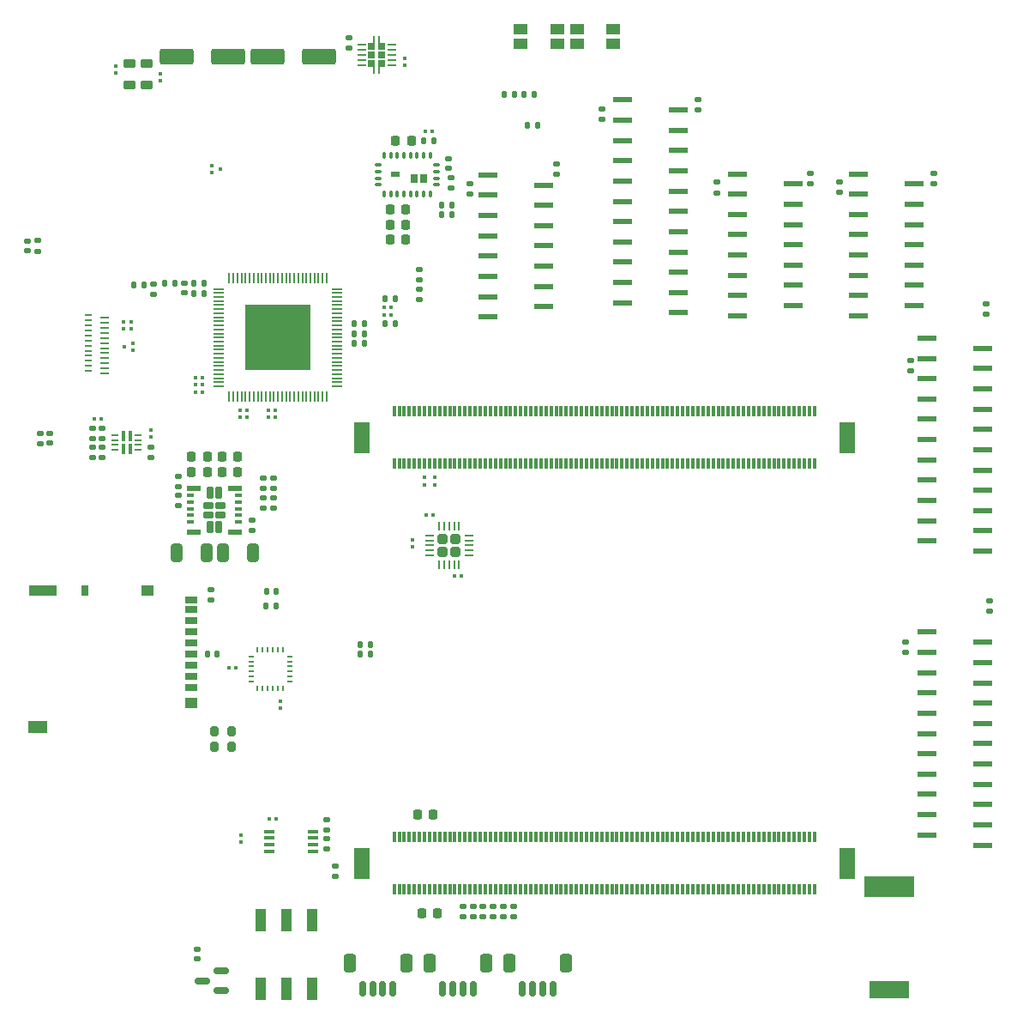
<source format=gbr>
%TF.GenerationSoftware,KiCad,Pcbnew,5.99.0-unknown-ca42f31bb5~131~ubuntu20.04.1*%
%TF.CreationDate,2021-08-18T11:47:36-07:00*%
%TF.ProjectId,ovc5,6f766335-2e6b-4696-9361-645f70636258,rev?*%
%TF.SameCoordinates,Original*%
%TF.FileFunction,Paste,Top*%
%TF.FilePolarity,Positive*%
%FSLAX46Y46*%
G04 Gerber Fmt 4.6, Leading zero omitted, Abs format (unit mm)*
G04 Created by KiCad (PCBNEW 5.99.0-unknown-ca42f31bb5~131~ubuntu20.04.1) date 2021-08-18 11:47:36*
%MOMM*%
%LPD*%
G01*
G04 APERTURE LIST*
G04 Aperture macros list*
%AMRoundRect*
0 Rectangle with rounded corners*
0 $1 Rounding radius*
0 $2 $3 $4 $5 $6 $7 $8 $9 X,Y pos of 4 corners*
0 Add a 4 corners polygon primitive as box body*
4,1,4,$2,$3,$4,$5,$6,$7,$8,$9,$2,$3,0*
0 Add four circle primitives for the rounded corners*
1,1,$1+$1,$2,$3*
1,1,$1+$1,$4,$5*
1,1,$1+$1,$6,$7*
1,1,$1+$1,$8,$9*
0 Add four rect primitives between the rounded corners*
20,1,$1+$1,$2,$3,$4,$5,0*
20,1,$1+$1,$4,$5,$6,$7,0*
20,1,$1+$1,$6,$7,$8,$9,0*
20,1,$1+$1,$8,$9,$2,$3,0*%
G04 Aperture macros list end*
%ADD10RoundRect,0.147500X-0.147500X-0.172500X0.147500X-0.172500X0.147500X0.172500X-0.147500X0.172500X0*%
%ADD11RoundRect,0.135000X-0.185000X0.135000X-0.185000X-0.135000X0.185000X-0.135000X0.185000X0.135000X0*%
%ADD12RoundRect,0.079500X0.079500X0.100500X-0.079500X0.100500X-0.079500X-0.100500X0.079500X-0.100500X0*%
%ADD13RoundRect,0.225000X0.225000X0.250000X-0.225000X0.250000X-0.225000X-0.250000X0.225000X-0.250000X0*%
%ADD14RoundRect,0.250000X0.325000X0.650000X-0.325000X0.650000X-0.325000X-0.650000X0.325000X-0.650000X0*%
%ADD15R,0.300000X0.300000*%
%ADD16RoundRect,0.140000X0.140000X0.170000X-0.140000X0.170000X-0.140000X-0.170000X0.140000X-0.170000X0*%
%ADD17RoundRect,0.135000X-0.135000X-0.185000X0.135000X-0.185000X0.135000X0.185000X-0.135000X0.185000X0*%
%ADD18RoundRect,0.079500X-0.079500X-0.100500X0.079500X-0.100500X0.079500X0.100500X-0.079500X0.100500X0*%
%ADD19RoundRect,0.079500X-0.100500X0.079500X-0.100500X-0.079500X0.100500X-0.079500X0.100500X0.079500X0*%
%ADD20RoundRect,0.140000X-0.170000X0.140000X-0.170000X-0.140000X0.170000X-0.140000X0.170000X0.140000X0*%
%ADD21R,1.200000X0.700000*%
%ADD22R,0.800000X1.000000*%
%ADD23R,2.800000X1.000000*%
%ADD24R,1.900000X1.300000*%
%ADD25R,1.200000X1.000000*%
%ADD26RoundRect,0.079500X0.100500X-0.079500X0.100500X0.079500X-0.100500X0.079500X-0.100500X-0.079500X0*%
%ADD27RoundRect,0.135000X0.185000X-0.135000X0.185000X0.135000X-0.185000X0.135000X-0.185000X-0.135000X0*%
%ADD28RoundRect,0.250000X0.255000X0.255000X-0.255000X0.255000X-0.255000X-0.255000X0.255000X-0.255000X0*%
%ADD29RoundRect,0.062500X0.350000X0.062500X-0.350000X0.062500X-0.350000X-0.062500X0.350000X-0.062500X0*%
%ADD30RoundRect,0.062500X0.062500X0.350000X-0.062500X0.350000X-0.062500X-0.350000X0.062500X-0.350000X0*%
%ADD31RoundRect,0.050050X0.424950X0.274950X-0.424950X0.274950X-0.424950X-0.274950X0.424950X-0.274950X0*%
%ADD32RoundRect,0.049800X0.250200X0.525200X-0.250200X0.525200X-0.250200X-0.525200X0.250200X-0.525200X0*%
%ADD33RoundRect,0.050000X0.650000X0.200000X-0.650000X0.200000X-0.650000X-0.200000X0.650000X-0.200000X0*%
%ADD34RoundRect,0.050050X0.299950X0.124950X-0.299950X0.124950X-0.299950X-0.124950X0.299950X-0.124950X0*%
%ADD35RoundRect,0.225000X-0.225000X-0.250000X0.225000X-0.250000X0.225000X0.250000X-0.225000X0.250000X0*%
%ADD36RoundRect,0.135000X0.135000X0.185000X-0.135000X0.185000X-0.135000X-0.185000X0.135000X-0.185000X0*%
%ADD37R,0.640000X0.640000*%
%ADD38R,0.850000X0.280000*%
%ADD39R,0.280000X0.700000*%
%ADD40O,0.240000X0.600000*%
%ADD41O,0.600000X0.240000*%
%ADD42RoundRect,0.200000X-0.200000X-0.275000X0.200000X-0.275000X0.200000X0.275000X-0.200000X0.275000X0*%
%ADD43R,0.900000X0.270000*%
%ADD44R,0.800000X0.270000*%
%ADD45R,1.120000X2.160000*%
%ADD46R,0.300000X1.100000*%
%ADD47R,1.600000X3.100000*%
%ADD48R,1.850000X0.600000*%
%ADD49RoundRect,0.147500X0.172500X-0.147500X0.172500X0.147500X-0.172500X0.147500X-0.172500X-0.147500X0*%
%ADD50RoundRect,0.218750X-0.381250X0.218750X-0.381250X-0.218750X0.381250X-0.218750X0.381250X0.218750X0*%
%ADD51R,1.400000X1.050000*%
%ADD52R,0.900000X0.570000*%
%ADD53R,0.700000X0.900000*%
%ADD54RoundRect,0.075000X0.225000X-0.075000X0.225000X0.075000X-0.225000X0.075000X-0.225000X-0.075000X0*%
%ADD55RoundRect,0.075000X0.075000X0.225000X-0.075000X0.225000X-0.075000X-0.225000X0.075000X-0.225000X0*%
%ADD56RoundRect,0.075000X-0.075000X-0.225000X0.075000X-0.225000X0.075000X0.225000X-0.075000X0.225000X0*%
%ADD57RoundRect,0.100000X-0.100000X-0.425000X0.100000X-0.425000X0.100000X0.425000X-0.100000X0.425000X0*%
%ADD58RoundRect,0.050000X-0.250000X0.050000X-0.250000X-0.050000X0.250000X-0.050000X0.250000X0.050000X0*%
%ADD59RoundRect,0.250000X-0.325000X-0.650000X0.325000X-0.650000X0.325000X0.650000X-0.325000X0.650000X0*%
%ADD60R,4.000000X1.700000*%
%ADD61R,5.000000X2.000000*%
%ADD62RoundRect,0.140000X0.170000X-0.140000X0.170000X0.140000X-0.170000X0.140000X-0.170000X-0.140000X0*%
%ADD63RoundRect,0.150000X-0.150000X-0.625000X0.150000X-0.625000X0.150000X0.625000X-0.150000X0.625000X0*%
%ADD64RoundRect,0.250000X-0.350000X-0.650000X0.350000X-0.650000X0.350000X0.650000X-0.350000X0.650000X0*%
%ADD65RoundRect,0.150000X0.587500X0.150000X-0.587500X0.150000X-0.587500X-0.150000X0.587500X-0.150000X0*%
%ADD66RoundRect,0.250000X-1.412500X-0.550000X1.412500X-0.550000X1.412500X0.550000X-1.412500X0.550000X0*%
%ADD67O,1.050000X0.200000*%
%ADD68O,0.200000X1.050000*%
%ADD69R,6.500000X6.500000*%
%ADD70R,1.100000X0.400000*%
%ADD71RoundRect,0.140000X-0.140000X-0.170000X0.140000X-0.170000X0.140000X0.170000X-0.140000X0.170000X0*%
G04 APERTURE END LIST*
D10*
%TO.C,D6*%
X58982500Y-84900000D03*
X59952500Y-84900000D03*
%TD*%
D11*
%TO.C,R30*%
X130085000Y-55126500D03*
X130085000Y-56146500D03*
%TD*%
D12*
%TO.C,C101*%
X42695000Y-66460000D03*
X42005000Y-66460000D03*
%TD*%
D13*
%TO.C,C3*%
X73310000Y-38994000D03*
X71760000Y-38994000D03*
%TD*%
D14*
%TO.C,C93*%
X57695000Y-79654000D03*
X54745000Y-79654000D03*
%TD*%
D15*
%TO.C,D3*%
X45794000Y-59698000D03*
X45794000Y-58998000D03*
X44944000Y-59348000D03*
%TD*%
D16*
%TO.C,C90*%
X54130000Y-89625000D03*
X53170000Y-89625000D03*
%TD*%
D15*
%TO.C,D4*%
X53625000Y-41450000D03*
X53625000Y-42150000D03*
X54475000Y-41800000D03*
%TD*%
D17*
%TO.C,R9*%
X84782000Y-37538000D03*
X85802000Y-37538000D03*
%TD*%
D11*
%TO.C,R37*%
X92127000Y-35875000D03*
X92127000Y-36895000D03*
%TD*%
D18*
%TO.C,C83*%
X75473000Y-75941000D03*
X74783000Y-75941000D03*
%TD*%
D11*
%TO.C,R40*%
X103520000Y-43134000D03*
X103520000Y-44154000D03*
%TD*%
D12*
%TO.C,C92*%
X55267500Y-91012500D03*
X55957500Y-91012500D03*
%TD*%
%TO.C,C120*%
X59284000Y-105910000D03*
X59974000Y-105910000D03*
%TD*%
D19*
%TO.C,C70*%
X44100000Y-32345000D03*
X44100000Y-31655000D03*
%TD*%
D11*
%TO.C,R52*%
X53500000Y-83290000D03*
X53500000Y-84310000D03*
%TD*%
%TO.C,R32*%
X124930000Y-42220000D03*
X124930000Y-43240000D03*
%TD*%
D17*
%TO.C,R5*%
X48969000Y-53103000D03*
X49989000Y-53103000D03*
%TD*%
D20*
%TO.C,C121*%
X52156000Y-118750000D03*
X52156000Y-119710000D03*
%TD*%
D21*
%TO.C,J3*%
X51550000Y-92955000D03*
X51550000Y-91855000D03*
X51550000Y-90755000D03*
X51550000Y-89655000D03*
X51550000Y-88555000D03*
X51550000Y-87455000D03*
X51550000Y-86355000D03*
X51550000Y-85255000D03*
X51550000Y-84305000D03*
D22*
X41050000Y-83355000D03*
D23*
X36900000Y-83355000D03*
D24*
X36450000Y-96855000D03*
D25*
X51550000Y-94505000D03*
X47250000Y-83355000D03*
%TD*%
D26*
%TO.C,C86*%
X74600000Y-72255000D03*
X74600000Y-72945000D03*
%TD*%
D13*
%TO.C,C23*%
X56145000Y-70179000D03*
X54595000Y-70179000D03*
%TD*%
D18*
%TO.C,R20*%
X51980000Y-62365000D03*
X52670000Y-62365000D03*
%TD*%
D11*
%TO.C,R23*%
X50320000Y-72094000D03*
X50320000Y-73114000D03*
%TD*%
D17*
%TO.C,R4*%
X74500000Y-39039000D03*
X75520000Y-39039000D03*
%TD*%
D27*
%TO.C,R49*%
X78400000Y-115610000D03*
X78400000Y-114590000D03*
%TD*%
D17*
%TO.C,R2*%
X76290000Y-46314000D03*
X77310000Y-46314000D03*
%TD*%
D18*
%TO.C,C84*%
X77577000Y-81972000D03*
X78267000Y-81972000D03*
%TD*%
D28*
%TO.C,U12*%
X77659000Y-79573000D03*
X76409000Y-78323000D03*
X76409000Y-79573000D03*
X77659000Y-78323000D03*
D29*
X78971500Y-79948000D03*
X78971500Y-79448000D03*
X78971500Y-78948000D03*
X78971500Y-78448000D03*
X78971500Y-77948000D03*
D30*
X78034000Y-77010500D03*
X77534000Y-77010500D03*
X77034000Y-77010500D03*
X76534000Y-77010500D03*
X76034000Y-77010500D03*
D29*
X75096500Y-77948000D03*
X75096500Y-78448000D03*
X75096500Y-78948000D03*
X75096500Y-79448000D03*
X75096500Y-79948000D03*
D30*
X76034000Y-80885500D03*
X76534000Y-80885500D03*
X77034000Y-80885500D03*
X77534000Y-80885500D03*
X78034000Y-80885500D03*
%TD*%
D19*
%TO.C,C119*%
X59195000Y-65642000D03*
X59195000Y-66332000D03*
%TD*%
D31*
%TO.C,U7*%
X53245000Y-75929000D03*
D32*
X54295000Y-77129000D03*
X53445000Y-77129000D03*
X54295000Y-73779000D03*
D31*
X54495000Y-75929000D03*
D32*
X53445000Y-73779000D03*
D31*
X53245000Y-74979000D03*
X54495000Y-74979000D03*
D33*
X55870000Y-77599000D03*
D34*
X56220000Y-76624000D03*
X56220000Y-75974000D03*
X56220000Y-75324000D03*
X56220000Y-74674000D03*
X56220000Y-74024000D03*
D33*
X55870000Y-73299000D03*
X51870000Y-73299000D03*
D34*
X51520000Y-74024000D03*
X51520000Y-74674000D03*
X51520000Y-75324000D03*
X51520000Y-75974000D03*
X51520000Y-76624000D03*
D33*
X51870000Y-77599000D03*
%TD*%
D18*
%TO.C,R42*%
X52673000Y-63114000D03*
X51983000Y-63114000D03*
%TD*%
D26*
%TO.C,C87*%
X75600000Y-72945000D03*
X75600000Y-72255000D03*
%TD*%
D27*
%TO.C,R51*%
X82400000Y-115610000D03*
X82400000Y-114590000D03*
%TD*%
D35*
%TO.C,C72*%
X74325000Y-115200000D03*
X75875000Y-115200000D03*
%TD*%
D11*
%TO.C,R47*%
X81400000Y-114590000D03*
X81400000Y-115610000D03*
%TD*%
D36*
%TO.C,R67*%
X68651000Y-59028000D03*
X67631000Y-59028000D03*
%TD*%
D11*
%TO.C,R27*%
X42800000Y-67390000D03*
X42800000Y-68410000D03*
%TD*%
D36*
%TO.C,R61*%
X52872000Y-53117000D03*
X51852000Y-53117000D03*
%TD*%
D37*
%TO.C,U8*%
X70355000Y-31410000D03*
X70355000Y-30550000D03*
X69395000Y-31410000D03*
X70355000Y-29690000D03*
X69395000Y-29690000D03*
X69395000Y-30550000D03*
D38*
X71350000Y-31550000D03*
X71350000Y-31050000D03*
X71350000Y-30550000D03*
X71350000Y-30050000D03*
X71350000Y-29550000D03*
X68400000Y-29550000D03*
X68400000Y-30050000D03*
X68400000Y-30550000D03*
X68400000Y-31050000D03*
X68400000Y-31550000D03*
D39*
X70125000Y-32100000D03*
X69625000Y-32100000D03*
X69625000Y-29000000D03*
X70125000Y-29000000D03*
%TD*%
D19*
%TO.C,C107*%
X57119000Y-65644000D03*
X57119000Y-66334000D03*
%TD*%
D40*
%TO.C,U13*%
X58137500Y-93037500D03*
X58637500Y-93037500D03*
X59137500Y-93037500D03*
X59637500Y-93037500D03*
X60137500Y-93037500D03*
X60637500Y-93037500D03*
D41*
X61287500Y-92387500D03*
X61287500Y-91887500D03*
X61287500Y-91387500D03*
X61287500Y-90887500D03*
X61287500Y-90387500D03*
X61287500Y-89887500D03*
D40*
X60637500Y-89237500D03*
X60137500Y-89237500D03*
X59637500Y-89237500D03*
X59137500Y-89237500D03*
X58637500Y-89237500D03*
X58137500Y-89237500D03*
D41*
X57487500Y-89887500D03*
X57487500Y-90387500D03*
X57487500Y-90887500D03*
X57487500Y-91387500D03*
X57487500Y-91887500D03*
X57487500Y-92387500D03*
%TD*%
D27*
%TO.C,R11*%
X57560000Y-77470000D03*
X57560000Y-76450000D03*
%TD*%
%TO.C,R3*%
X77235000Y-43674000D03*
X77235000Y-42654000D03*
%TD*%
D20*
%TO.C,C2*%
X77010000Y-40814000D03*
X77010000Y-41774000D03*
%TD*%
D42*
%TO.C,R22*%
X53875000Y-97300000D03*
X55525000Y-97300000D03*
%TD*%
D18*
%TO.C,C76*%
X45618000Y-56884000D03*
X44928000Y-56884000D03*
%TD*%
D43*
%TO.C,J1*%
X42985000Y-56484000D03*
X42985000Y-56984000D03*
X42985000Y-57484000D03*
X42985000Y-57984000D03*
X42985000Y-58484000D03*
X42985000Y-58984000D03*
X42985000Y-59484000D03*
X42985000Y-59984000D03*
X42985000Y-60484000D03*
X42985000Y-60984000D03*
X42985000Y-61484000D03*
X42985000Y-61984000D03*
D44*
X41385000Y-61734000D03*
X41385000Y-61234000D03*
X41385000Y-60734000D03*
X41385000Y-60234000D03*
X41385000Y-59734000D03*
X41385000Y-59234000D03*
X41385000Y-58734000D03*
X41385000Y-58234000D03*
X41385000Y-57734000D03*
X41385000Y-57234000D03*
X41385000Y-56734000D03*
X41385000Y-56234000D03*
%TD*%
D26*
%TO.C,C91*%
X60399000Y-94298000D03*
X60399000Y-94988000D03*
%TD*%
D36*
%TO.C,R55*%
X85427000Y-34470000D03*
X84407000Y-34470000D03*
%TD*%
D19*
%TO.C,C118*%
X56371000Y-66334000D03*
X56371000Y-65644000D03*
%TD*%
%TO.C,C1*%
X72640000Y-30870000D03*
X72640000Y-31560000D03*
%TD*%
D13*
%TO.C,C96*%
X56145000Y-71679000D03*
X54595000Y-71679000D03*
%TD*%
D45*
%TO.C,SW1*%
X58460000Y-122665000D03*
X61000000Y-122665000D03*
X63540000Y-122665000D03*
X63540000Y-115935000D03*
X61000000Y-115935000D03*
X58460000Y-115935000D03*
%TD*%
D19*
%TO.C,C116*%
X59895000Y-65642000D03*
X59895000Y-66332000D03*
%TD*%
D12*
%TO.C,R60*%
X70648000Y-55438000D03*
X71338000Y-55438000D03*
%TD*%
D18*
%TO.C,R43*%
X51980000Y-63863000D03*
X52670000Y-63863000D03*
%TD*%
D46*
%TO.C,U1*%
X71609988Y-112899999D03*
X71609988Y-107699999D03*
X72109988Y-112899999D03*
X72109988Y-107699999D03*
X72609988Y-112899999D03*
X72609988Y-107699999D03*
X73109988Y-112899999D03*
X73109988Y-107699999D03*
X73609988Y-112899999D03*
X73609988Y-107699999D03*
X74109988Y-112899999D03*
X74109988Y-107699999D03*
X74609988Y-112899999D03*
X74609988Y-107699999D03*
X75109988Y-112899999D03*
X75109988Y-107699999D03*
X75609988Y-112899999D03*
X75609988Y-107699999D03*
X76109988Y-112899999D03*
X76109988Y-107699999D03*
X76609988Y-112899999D03*
X76609988Y-107699999D03*
X77109988Y-112899999D03*
X77109988Y-107699999D03*
X77609988Y-112899999D03*
X77609988Y-107699999D03*
X78109988Y-112899999D03*
X78109988Y-107699999D03*
X78609988Y-112899999D03*
X78609988Y-107699999D03*
X79109988Y-112899999D03*
X79109988Y-107699999D03*
X79609988Y-112899999D03*
X79609988Y-107699999D03*
X80109988Y-112899999D03*
X80109988Y-107699999D03*
X80609988Y-112899999D03*
X80609988Y-107699999D03*
X81109988Y-112899999D03*
X81109988Y-107699999D03*
X81609988Y-112899999D03*
X81609988Y-107699999D03*
X82109988Y-112899999D03*
X82109988Y-107699999D03*
X82609988Y-112899999D03*
X82609988Y-107699999D03*
X83109988Y-112899999D03*
X83109988Y-107699999D03*
X83609988Y-112899999D03*
X83609988Y-107699999D03*
X84109988Y-112899999D03*
X84109988Y-107699999D03*
X84609988Y-112899999D03*
X84609988Y-107699999D03*
X85109988Y-112899999D03*
X85109988Y-107699999D03*
X85609988Y-112899999D03*
X85609988Y-107699999D03*
X86109988Y-112899999D03*
X86109988Y-107699999D03*
X86609988Y-112899999D03*
X86609988Y-107699999D03*
X87109988Y-112899999D03*
X87109988Y-107699999D03*
X87609988Y-112899999D03*
X87609988Y-107699999D03*
X88109988Y-112899999D03*
X88109988Y-107699999D03*
X88609988Y-112899999D03*
X88609988Y-107699999D03*
X89109988Y-112899999D03*
X89109988Y-107699999D03*
X89609988Y-112899999D03*
X89609988Y-107699999D03*
X90109988Y-112899999D03*
X90109988Y-107699999D03*
X90609988Y-112899999D03*
X90609988Y-107699999D03*
X91109988Y-112899999D03*
X91109988Y-107699999D03*
X91609988Y-112899999D03*
X91609988Y-107699999D03*
X92109988Y-112899999D03*
X92109988Y-107699999D03*
X92609988Y-112899999D03*
X92609988Y-107699999D03*
X93109988Y-112899999D03*
X93109988Y-107699999D03*
X93609988Y-112899999D03*
X93609988Y-107699999D03*
X94109988Y-112899999D03*
X94109988Y-107699999D03*
X94609988Y-112899999D03*
X94609988Y-107699999D03*
X95109988Y-112899999D03*
X95109988Y-107699999D03*
X95609988Y-112899999D03*
X95609988Y-107699999D03*
X96109988Y-112899999D03*
X96109988Y-107699999D03*
X96609988Y-112899999D03*
X96609988Y-107699999D03*
X97109988Y-112899999D03*
X97109988Y-107699999D03*
X97609988Y-112899999D03*
X97609988Y-107699999D03*
X98109988Y-112899999D03*
X98109988Y-107699999D03*
X98609988Y-112899999D03*
X98609988Y-107699999D03*
X99109988Y-112899999D03*
X99109988Y-107699999D03*
X99609988Y-112899999D03*
X99609988Y-107699999D03*
X100109988Y-112899999D03*
X100109988Y-107699999D03*
X100609988Y-112899999D03*
X100609988Y-107699999D03*
X101109988Y-112899999D03*
X101109988Y-107699999D03*
X101609988Y-112899999D03*
X101609988Y-107699999D03*
X102109988Y-112899999D03*
X102109988Y-107699999D03*
X102609988Y-112899999D03*
X102609988Y-107699999D03*
X103109988Y-112899999D03*
X103109988Y-107699999D03*
X103609988Y-112899999D03*
X103609988Y-107699999D03*
X104109988Y-112899999D03*
X104109988Y-107699999D03*
X104609988Y-112899999D03*
X104609988Y-107699999D03*
X105109988Y-112899999D03*
X105109988Y-107699999D03*
X105609988Y-112899999D03*
X105609988Y-107699999D03*
X106109988Y-112899999D03*
X106109988Y-107699999D03*
X106609988Y-112899999D03*
X106609988Y-107699999D03*
X107109988Y-112899999D03*
X107109988Y-107699999D03*
X107609988Y-112899999D03*
X107609988Y-107699999D03*
X108109988Y-112899999D03*
X108109988Y-107699999D03*
X108609988Y-112899999D03*
X108609988Y-107699999D03*
X109109988Y-112899999D03*
X109109988Y-107699999D03*
X109609988Y-112899999D03*
X109609988Y-107699999D03*
X110109988Y-112899999D03*
X110109988Y-107699999D03*
X110609988Y-112899999D03*
X110609988Y-107699999D03*
X111109988Y-112899999D03*
X111109988Y-107699999D03*
X111609988Y-112899999D03*
X111609988Y-107699999D03*
X112109988Y-112899999D03*
X112109988Y-107699999D03*
X112609988Y-112899999D03*
X112609988Y-107699999D03*
X113109988Y-112899999D03*
X113109988Y-107699999D03*
D47*
X68409988Y-110299999D03*
X116309988Y-110299999D03*
D46*
X71609988Y-70899999D03*
X71609988Y-65699999D03*
X72109988Y-70899999D03*
X72109988Y-65699999D03*
X72609988Y-70899999D03*
X72609988Y-65699999D03*
X73109988Y-70899999D03*
X73109988Y-65699999D03*
X73609988Y-70899999D03*
X73609988Y-65699999D03*
X74109988Y-70899999D03*
X74109988Y-65699999D03*
X74609988Y-70899999D03*
X74609988Y-65699999D03*
X75109988Y-70899999D03*
X75109988Y-65699999D03*
X75609988Y-70899999D03*
X75609988Y-65699999D03*
X76109988Y-70899999D03*
X76109988Y-65699999D03*
X76609988Y-70899999D03*
X76609988Y-65699999D03*
X77109988Y-70899999D03*
X77109988Y-65699999D03*
X77609988Y-70899999D03*
X77609988Y-65699999D03*
X78109988Y-70899999D03*
X78109988Y-65699999D03*
X78609988Y-70899999D03*
X78609988Y-65699999D03*
X79109988Y-70899999D03*
X79109988Y-65699999D03*
X79609988Y-70899999D03*
X79609988Y-65699999D03*
X80109988Y-70899999D03*
X80109988Y-65699999D03*
X80609988Y-70899999D03*
X80609988Y-65699999D03*
X81109988Y-70899999D03*
X81109988Y-65699999D03*
X81609988Y-70899999D03*
X81609988Y-65699999D03*
X82109988Y-70899999D03*
X82109988Y-65699999D03*
X82609988Y-70899999D03*
X82609988Y-65699999D03*
X83109988Y-70899999D03*
X83109988Y-65699999D03*
X83609988Y-70899999D03*
X83609988Y-65699999D03*
X84109988Y-70899999D03*
X84109988Y-65699999D03*
X84609988Y-70899999D03*
X84609988Y-65699999D03*
X85109988Y-70899999D03*
X85109988Y-65699999D03*
X85609988Y-70899999D03*
X85609988Y-65699999D03*
X86109988Y-70899999D03*
X86109988Y-65699999D03*
X86609988Y-70899999D03*
X86609988Y-65699999D03*
X87109988Y-70899999D03*
X87109988Y-65699999D03*
X87609988Y-70899999D03*
X87609988Y-65699999D03*
X88109988Y-70899999D03*
X88109988Y-65699999D03*
X88609988Y-70899999D03*
X88609988Y-65699999D03*
X89109988Y-70899999D03*
X89109988Y-65699999D03*
X89609988Y-70899999D03*
X89609988Y-65699999D03*
X90109988Y-70899999D03*
X90109988Y-65699999D03*
X90609988Y-70899999D03*
X90609988Y-65699999D03*
X91109988Y-70899999D03*
X91109988Y-65699999D03*
X91609988Y-70899999D03*
X91609988Y-65699999D03*
X92109988Y-70899999D03*
X92109988Y-65699999D03*
X92609988Y-70899999D03*
X92609988Y-65699999D03*
X93109988Y-70899999D03*
X93109988Y-65699999D03*
X93609988Y-70899999D03*
X93609988Y-65699999D03*
X94109988Y-70899999D03*
X94109988Y-65699999D03*
X94609988Y-70899999D03*
X94609988Y-65699999D03*
X95109988Y-70899999D03*
X95109988Y-65699999D03*
X95609988Y-70899999D03*
X95609988Y-65699999D03*
X96109988Y-70899999D03*
X96109988Y-65699999D03*
X96609988Y-70899999D03*
X96609988Y-65699999D03*
X97109988Y-70899999D03*
X97109988Y-65699999D03*
X97609988Y-70899999D03*
X97609988Y-65699999D03*
X98109988Y-70899999D03*
X98109988Y-65699999D03*
X98609988Y-70899999D03*
X98609988Y-65699999D03*
X99109988Y-70899999D03*
X99109988Y-65699999D03*
X99609988Y-70899999D03*
X99609988Y-65699999D03*
X100109988Y-70899999D03*
X100109988Y-65699999D03*
X100609988Y-70899999D03*
X100609988Y-65699999D03*
X101109988Y-70899999D03*
X101109988Y-65699999D03*
X101609988Y-70899999D03*
X101609988Y-65699999D03*
X102109988Y-70899999D03*
X102109988Y-65699999D03*
X102609988Y-70899999D03*
X102609988Y-65699999D03*
X103109988Y-70899999D03*
X103109988Y-65699999D03*
X103609988Y-70899999D03*
X103609988Y-65699999D03*
X104109988Y-70899999D03*
X104109988Y-65699999D03*
X104609988Y-70899999D03*
X104609988Y-65699999D03*
X105109988Y-70899999D03*
X105109988Y-65699999D03*
X105609988Y-70899999D03*
X105609988Y-65699999D03*
X106109988Y-70899999D03*
X106109988Y-65699999D03*
X106609988Y-70899999D03*
X106609988Y-65699999D03*
X107109988Y-70899999D03*
X107109988Y-65699999D03*
X107609988Y-70899999D03*
X107609988Y-65699999D03*
X108109988Y-70899999D03*
X108109988Y-65699999D03*
X108609988Y-70899999D03*
X108609988Y-65699999D03*
X109109988Y-70899999D03*
X109109988Y-65699999D03*
X109609988Y-70899999D03*
X109609988Y-65699999D03*
X110109988Y-70899999D03*
X110109988Y-65699999D03*
X110609988Y-70899999D03*
X110609988Y-65699999D03*
X111109988Y-70899999D03*
X111109988Y-65699999D03*
X111609988Y-70899999D03*
X111609988Y-65699999D03*
X112109988Y-70899999D03*
X112109988Y-65699999D03*
X112609988Y-70899999D03*
X112609988Y-65699999D03*
X113109988Y-70899999D03*
X113109988Y-65699999D03*
D47*
X68409988Y-68299999D03*
X116309988Y-68299999D03*
%TD*%
D12*
%TO.C,R44*%
X70650000Y-56188000D03*
X71340000Y-56188000D03*
%TD*%
D48*
%TO.C,U16*%
X105530000Y-42290000D03*
X111030000Y-43290000D03*
X105530000Y-44290000D03*
X111030000Y-45290000D03*
X105530000Y-46290000D03*
X111030000Y-47290000D03*
X105530000Y-48290000D03*
X111030000Y-49290000D03*
X105530000Y-50290000D03*
X111030000Y-51290000D03*
X105530000Y-52290000D03*
X111030000Y-53290000D03*
X105530000Y-54290000D03*
X111030000Y-55290000D03*
X105530000Y-56290000D03*
%TD*%
D11*
%TO.C,R45*%
X58675000Y-72261500D03*
X58675000Y-73281500D03*
%TD*%
D27*
%TO.C,R10*%
X64981094Y-106982000D03*
X64981094Y-105962000D03*
%TD*%
D36*
%TO.C,R13*%
X46936000Y-53237000D03*
X45916000Y-53237000D03*
%TD*%
D11*
%TO.C,R34*%
X112670000Y-42276000D03*
X112670000Y-43296000D03*
%TD*%
D27*
%TO.C,R6*%
X74101000Y-52782000D03*
X74101000Y-51762000D03*
%TD*%
%TO.C,R50*%
X80400000Y-115610000D03*
X80400000Y-114590000D03*
%TD*%
D49*
%TO.C,D2*%
X59675000Y-75256500D03*
X59675000Y-74286500D03*
%TD*%
D36*
%TO.C,R62*%
X52873000Y-54102000D03*
X51853000Y-54102000D03*
%TD*%
D50*
%TO.C,FB1*%
X47200000Y-31437500D03*
X47200000Y-33562500D03*
%TD*%
D36*
%TO.C,R54*%
X69260000Y-88750000D03*
X68240000Y-88750000D03*
%TD*%
D51*
%TO.C,SW3*%
X89651000Y-29471000D03*
X93251000Y-29471000D03*
X89651000Y-28031000D03*
X93251000Y-28031000D03*
%TD*%
D27*
%TO.C,R1*%
X67130000Y-29900000D03*
X67130000Y-28880000D03*
%TD*%
D36*
%TO.C,R68*%
X68649000Y-58041000D03*
X67629000Y-58041000D03*
%TD*%
D10*
%TO.C,D7*%
X59015000Y-83450000D03*
X59985000Y-83450000D03*
%TD*%
D27*
%TO.C,R14*%
X47874000Y-54214000D03*
X47874000Y-53194000D03*
%TD*%
D35*
%TO.C,C7*%
X71185000Y-48764000D03*
X72735000Y-48764000D03*
%TD*%
D36*
%TO.C,R57*%
X71736000Y-57057000D03*
X70716000Y-57057000D03*
%TD*%
D48*
%TO.C,U15*%
X124250000Y-87500000D03*
X129750000Y-88500000D03*
X124250000Y-89500000D03*
X129750000Y-90500000D03*
X124250000Y-91500000D03*
X129750000Y-92500000D03*
X124250000Y-93500000D03*
X129750000Y-94500000D03*
X124250000Y-95500000D03*
X129750000Y-96500000D03*
X124250000Y-97500000D03*
X129750000Y-98500000D03*
X124250000Y-99500000D03*
X129750000Y-100500000D03*
X124250000Y-101500000D03*
X129750000Y-102500000D03*
X124250000Y-103500000D03*
X129750000Y-104500000D03*
X124250000Y-105500000D03*
X129750000Y-106500000D03*
X124250000Y-107500000D03*
X129750000Y-108500000D03*
%TD*%
D52*
%TO.C,U9*%
X71710000Y-42294000D03*
D53*
X74560000Y-42744000D03*
X73560000Y-42744000D03*
D54*
X70010000Y-41419000D03*
X70010000Y-42069000D03*
X70010000Y-42719000D03*
X70010000Y-43369000D03*
D55*
X70660000Y-44294000D03*
X71285000Y-44294000D03*
X71935000Y-44294000D03*
X72585000Y-44294000D03*
X73235000Y-44294000D03*
X73885000Y-44294000D03*
X74535000Y-44294000D03*
X75160000Y-44294000D03*
D54*
X75810000Y-43369000D03*
X75810000Y-42719000D03*
X75810000Y-42069000D03*
X75810000Y-41419000D03*
D55*
X75160000Y-40494000D03*
X74535000Y-40494000D03*
X73885000Y-40494000D03*
X73235000Y-40494000D03*
X72585000Y-40494000D03*
X71935000Y-40494000D03*
X71285000Y-40494000D03*
D56*
X70660000Y-40494000D03*
%TD*%
D57*
%TO.C,U6*%
X45550000Y-68115000D03*
X44850000Y-68115000D03*
D58*
X44050000Y-68040000D03*
X44050000Y-68540000D03*
X44050000Y-69040000D03*
X44050000Y-69540000D03*
D57*
X44850000Y-69465000D03*
X45550000Y-69465000D03*
D58*
X46350000Y-69540000D03*
X46350000Y-69040000D03*
X46350000Y-68540000D03*
X46350000Y-68040000D03*
%TD*%
D18*
%TO.C,C74*%
X44928000Y-57584000D03*
X45618000Y-57584000D03*
%TD*%
D36*
%TO.C,R70*%
X71732000Y-54568000D03*
X70712000Y-54568000D03*
%TD*%
D59*
%TO.C,C94*%
X50120000Y-79654000D03*
X53070000Y-79654000D03*
%TD*%
D20*
%TO.C,C9*%
X50924000Y-53064000D03*
X50924000Y-54024000D03*
%TD*%
D11*
%TO.C,R18*%
X79400000Y-114590000D03*
X79400000Y-115610000D03*
%TD*%
D60*
%TO.C,J10*%
X120502443Y-122775000D03*
D61*
X120502443Y-112625000D03*
%TD*%
D27*
%TO.C,R28*%
X41800000Y-68410000D03*
X41800000Y-67390000D03*
%TD*%
D11*
%TO.C,R26*%
X41800000Y-69290000D03*
X41800000Y-70310000D03*
%TD*%
D10*
%TO.C,D8*%
X82499500Y-34470000D03*
X83469500Y-34470000D03*
%TD*%
D11*
%TO.C,R7*%
X74100000Y-53670000D03*
X74100000Y-54690000D03*
%TD*%
D62*
%TO.C,C102*%
X35400000Y-49880000D03*
X35400000Y-48920000D03*
%TD*%
D36*
%TO.C,R53*%
X69260000Y-89700000D03*
X68240000Y-89700000D03*
%TD*%
D26*
%TO.C,C98*%
X47600000Y-67545000D03*
X47600000Y-68235000D03*
%TD*%
D11*
%TO.C,R38*%
X115544000Y-43118000D03*
X115544000Y-44138000D03*
%TD*%
D51*
%TO.C,SW2*%
X84102000Y-29469000D03*
X87702000Y-29469000D03*
X87702000Y-28029000D03*
X84102000Y-28029000D03*
%TD*%
D63*
%TO.C,J8*%
X84300000Y-122675000D03*
X85300000Y-122675000D03*
X86300000Y-122675000D03*
X87300000Y-122675000D03*
D64*
X83000000Y-120150000D03*
X88600000Y-120150000D03*
%TD*%
D65*
%TO.C,Q1*%
X54565500Y-122840000D03*
X54565500Y-120940000D03*
X52690500Y-121890000D03*
%TD*%
D35*
%TO.C,C5*%
X71180000Y-45809000D03*
X72730000Y-45809000D03*
%TD*%
%TO.C,C73*%
X73925000Y-105500000D03*
X75475000Y-105500000D03*
%TD*%
D12*
%TO.C,C8*%
X74690000Y-38064000D03*
X75380000Y-38064000D03*
%TD*%
D48*
%TO.C,U3*%
X124250000Y-58500000D03*
X129750000Y-59500000D03*
X124250000Y-60500000D03*
X129750000Y-61500000D03*
X124250000Y-62500000D03*
X129750000Y-63500000D03*
X124250000Y-64500000D03*
X129750000Y-65500000D03*
X124250000Y-66500000D03*
X129750000Y-67500000D03*
X124250000Y-68500000D03*
X129750000Y-69500000D03*
X124250000Y-70500000D03*
X129750000Y-71500000D03*
X124250000Y-72500000D03*
X129750000Y-73500000D03*
X124250000Y-74500000D03*
X129750000Y-75500000D03*
X124250000Y-76500000D03*
X129750000Y-77500000D03*
X124250000Y-78500000D03*
X129750000Y-79500000D03*
%TD*%
D66*
%TO.C,C71*%
X59112500Y-30750000D03*
X64187500Y-30750000D03*
%TD*%
D48*
%TO.C,U14*%
X117430000Y-42290000D03*
X122930000Y-43290000D03*
X117430000Y-44290000D03*
X122930000Y-45290000D03*
X117430000Y-46290000D03*
X122930000Y-47290000D03*
X117430000Y-48290000D03*
X122930000Y-49290000D03*
X117430000Y-50290000D03*
X122930000Y-51290000D03*
X117430000Y-52290000D03*
X122930000Y-53290000D03*
X117430000Y-54290000D03*
X122930000Y-55290000D03*
X117430000Y-56290000D03*
%TD*%
D11*
%TO.C,R17*%
X65830000Y-110590000D03*
X65830000Y-111610000D03*
%TD*%
%TO.C,R58*%
X36400000Y-48890000D03*
X36400000Y-49910000D03*
%TD*%
D36*
%TO.C,R69*%
X68648000Y-57054000D03*
X67628000Y-57054000D03*
%TD*%
D48*
%TO.C,U17*%
X80840000Y-42400000D03*
X86340000Y-43400000D03*
X80840000Y-44400000D03*
X86340000Y-45400000D03*
X80840000Y-46400000D03*
X86340000Y-47400000D03*
X80840000Y-48400000D03*
X86340000Y-49400000D03*
X80840000Y-50400000D03*
X86340000Y-51400000D03*
X80840000Y-52400000D03*
X86340000Y-53400000D03*
X80840000Y-54400000D03*
X86340000Y-55400000D03*
X80840000Y-56400000D03*
%TD*%
D11*
%TO.C,R39*%
X122100000Y-88490000D03*
X122100000Y-89510000D03*
%TD*%
D19*
%TO.C,C85*%
X73444000Y-79089000D03*
X73444000Y-78399000D03*
%TD*%
D35*
%TO.C,C95*%
X51595000Y-70179000D03*
X53145000Y-70179000D03*
%TD*%
%TO.C,C97*%
X51595000Y-71679000D03*
X53145000Y-71679000D03*
%TD*%
D19*
%TO.C,C68*%
X48550000Y-32405000D03*
X48550000Y-33095000D03*
%TD*%
D49*
%TO.C,D1*%
X58675000Y-75256500D03*
X58675000Y-74286500D03*
%TD*%
D11*
%TO.C,R35*%
X87686000Y-41313000D03*
X87686000Y-42333000D03*
%TD*%
D42*
%TO.C,R21*%
X53875000Y-98800000D03*
X55525000Y-98800000D03*
%TD*%
D11*
%TO.C,R33*%
X130445000Y-84375000D03*
X130445000Y-85395000D03*
%TD*%
D19*
%TO.C,C78*%
X56450000Y-108195000D03*
X56450000Y-107505000D03*
%TD*%
D11*
%TO.C,R24*%
X50320000Y-73969000D03*
X50320000Y-74989000D03*
%TD*%
D63*
%TO.C,J7*%
X76400000Y-122675000D03*
X77400000Y-122675000D03*
X78400000Y-122675000D03*
X79400000Y-122675000D03*
D64*
X80700000Y-120150000D03*
X75100000Y-120150000D03*
%TD*%
D67*
%TO.C,U21*%
X54295000Y-53640000D03*
X54295000Y-54040000D03*
X54295000Y-54440000D03*
X54295000Y-54840000D03*
X54295000Y-55240000D03*
X54295000Y-55640000D03*
X54295000Y-56040000D03*
X54295000Y-56440000D03*
X54295000Y-56840000D03*
X54295000Y-57240000D03*
X54295000Y-57640000D03*
X54295000Y-58040000D03*
X54295000Y-58440000D03*
X54295000Y-58840000D03*
X54295000Y-59240000D03*
X54295000Y-59640000D03*
X54295000Y-60040000D03*
X54295000Y-60440000D03*
X54295000Y-60840000D03*
X54295000Y-61240000D03*
X54295000Y-61640000D03*
X54295000Y-62040000D03*
X54295000Y-62440000D03*
X54295000Y-62840000D03*
X54295000Y-63240000D03*
D68*
X55345000Y-64290000D03*
X55745000Y-64290000D03*
X56145000Y-64290000D03*
X56545000Y-64290000D03*
X56945000Y-64290000D03*
X57345000Y-64290000D03*
X57745000Y-64290000D03*
X58145000Y-64290000D03*
X58545000Y-64290000D03*
X58945000Y-64290000D03*
X59345000Y-64290000D03*
X59745000Y-64290000D03*
X60145000Y-64290000D03*
X60545000Y-64290000D03*
X60945000Y-64290000D03*
X61345000Y-64290000D03*
X61745000Y-64290000D03*
X62145000Y-64290000D03*
X62545000Y-64290000D03*
X62945000Y-64290000D03*
X63345000Y-64290000D03*
X63745000Y-64290000D03*
X64145000Y-64290000D03*
X64545000Y-64290000D03*
X64945000Y-64290000D03*
D67*
X65995000Y-63240000D03*
X65995000Y-62840000D03*
X65995000Y-62440000D03*
X65995000Y-62040000D03*
X65995000Y-61640000D03*
X65995000Y-61240000D03*
X65995000Y-60840000D03*
X65995000Y-60440000D03*
X65995000Y-60040000D03*
X65995000Y-59640000D03*
X65995000Y-59240000D03*
X65995000Y-58840000D03*
X65995000Y-58440000D03*
X65995000Y-58040000D03*
X65995000Y-57640000D03*
X65995000Y-57240000D03*
X65995000Y-56840000D03*
X65995000Y-56440000D03*
X65995000Y-56040000D03*
X65995000Y-55640000D03*
X65995000Y-55240000D03*
X65995000Y-54840000D03*
X65995000Y-54440000D03*
X65995000Y-54040000D03*
X65995000Y-53640000D03*
D68*
X64945000Y-52590000D03*
X64545000Y-52590000D03*
X64145000Y-52590000D03*
X63745000Y-52590000D03*
X63345000Y-52590000D03*
X62945000Y-52590000D03*
X62545000Y-52590000D03*
X62145000Y-52590000D03*
X61745000Y-52590000D03*
X61345000Y-52590000D03*
X60945000Y-52590000D03*
X60545000Y-52590000D03*
X60145000Y-52590000D03*
X59745000Y-52590000D03*
X59345000Y-52590000D03*
X58945000Y-52590000D03*
X58545000Y-52590000D03*
X58145000Y-52590000D03*
X57745000Y-52590000D03*
X57345000Y-52590000D03*
X56945000Y-52590000D03*
X56545000Y-52590000D03*
X56145000Y-52590000D03*
X55745000Y-52590000D03*
X55345000Y-52590000D03*
D69*
X60145000Y-58440000D03*
%TD*%
D27*
%TO.C,R25*%
X42800000Y-70310000D03*
X42800000Y-69290000D03*
%TD*%
D62*
%TO.C,C103*%
X37641000Y-68865000D03*
X37641000Y-67905000D03*
%TD*%
D70*
%TO.C,U18*%
X59310000Y-107149000D03*
X59310000Y-107799000D03*
X59310000Y-108449000D03*
X59310000Y-109099000D03*
X63610000Y-109099000D03*
X63610000Y-108449000D03*
X63610000Y-107799000D03*
X63610000Y-107149000D03*
%TD*%
D11*
%TO.C,R31*%
X101650000Y-34979500D03*
X101650000Y-35999500D03*
%TD*%
D35*
%TO.C,C6*%
X71185000Y-47289000D03*
X72735000Y-47289000D03*
%TD*%
D66*
%TO.C,C69*%
X50162500Y-30750000D03*
X55237500Y-30750000D03*
%TD*%
D11*
%TO.C,R48*%
X83400000Y-114590000D03*
X83400000Y-115610000D03*
%TD*%
%TO.C,R41*%
X79087000Y-43287000D03*
X79087000Y-44307000D03*
%TD*%
%TO.C,R46*%
X59675000Y-72261500D03*
X59675000Y-73281500D03*
%TD*%
D71*
%TO.C,C4*%
X76320000Y-45364000D03*
X77280000Y-45364000D03*
%TD*%
D27*
%TO.C,R36*%
X122600000Y-61702000D03*
X122600000Y-60682000D03*
%TD*%
D11*
%TO.C,R29*%
X47600000Y-69280000D03*
X47600000Y-70300000D03*
%TD*%
D63*
%TO.C,J5*%
X68500000Y-122675000D03*
X69500000Y-122675000D03*
X70500000Y-122675000D03*
X71500000Y-122675000D03*
D64*
X67200000Y-120150000D03*
X72800000Y-120150000D03*
%TD*%
D50*
%TO.C,FB2*%
X45450000Y-31437500D03*
X45450000Y-33562500D03*
%TD*%
D48*
%TO.C,U4*%
X94150000Y-35000000D03*
X99650000Y-36000000D03*
X94150000Y-37000000D03*
X99650000Y-38000000D03*
X94150000Y-39000000D03*
X99650000Y-40000000D03*
X94150000Y-41000000D03*
X99650000Y-42000000D03*
X94150000Y-43000000D03*
X99650000Y-44000000D03*
X94150000Y-45000000D03*
X99650000Y-46000000D03*
X94150000Y-47000000D03*
X99650000Y-48000000D03*
X94150000Y-49000000D03*
X99650000Y-50000000D03*
X94150000Y-51000000D03*
X99650000Y-52000000D03*
X94150000Y-53000000D03*
X99650000Y-54000000D03*
X94150000Y-55000000D03*
X99650000Y-56000000D03*
%TD*%
D11*
%TO.C,R59*%
X36641000Y-67875000D03*
X36641000Y-68895000D03*
%TD*%
%TO.C,R19*%
X64976094Y-107884000D03*
X64976094Y-108904000D03*
%TD*%
M02*

</source>
